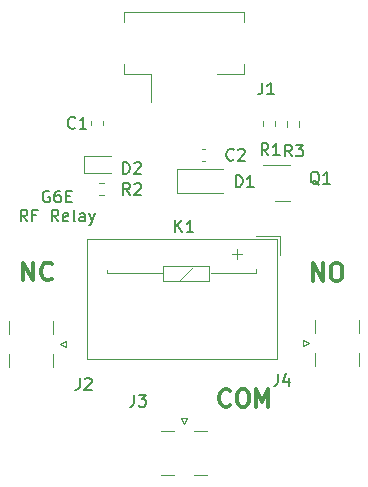
<source format=gbr>
%TF.GenerationSoftware,KiCad,Pcbnew,(6.0.1)*%
%TF.CreationDate,2022-02-11T18:29:39+00:00*%
%TF.ProjectId,Relay_RF_G6E,52656c61-795f-4524-965f-4736452e6b69,rev?*%
%TF.SameCoordinates,Original*%
%TF.FileFunction,Legend,Top*%
%TF.FilePolarity,Positive*%
%FSLAX46Y46*%
G04 Gerber Fmt 4.6, Leading zero omitted, Abs format (unit mm)*
G04 Created by KiCad (PCBNEW (6.0.1)) date 2022-02-11 18:29:39*
%MOMM*%
%LPD*%
G01*
G04 APERTURE LIST*
%ADD10C,0.300000*%
%ADD11C,0.150000*%
%ADD12C,0.120000*%
G04 APERTURE END LIST*
D10*
X125912714Y-123385971D02*
X125912714Y-121885971D01*
X126769857Y-123385971D01*
X126769857Y-121885971D01*
X127769857Y-121885971D02*
X128055571Y-121885971D01*
X128198428Y-121957400D01*
X128341285Y-122100257D01*
X128412714Y-122385971D01*
X128412714Y-122885971D01*
X128341285Y-123171685D01*
X128198428Y-123314542D01*
X128055571Y-123385971D01*
X127769857Y-123385971D01*
X127627000Y-123314542D01*
X127484142Y-123171685D01*
X127412714Y-122885971D01*
X127412714Y-122385971D01*
X127484142Y-122100257D01*
X127627000Y-121957400D01*
X127769857Y-121885971D01*
X101386628Y-123335171D02*
X101386628Y-121835171D01*
X102243771Y-123335171D01*
X102243771Y-121835171D01*
X103815200Y-123192314D02*
X103743771Y-123263742D01*
X103529485Y-123335171D01*
X103386628Y-123335171D01*
X103172342Y-123263742D01*
X103029485Y-123120885D01*
X102958057Y-122978028D01*
X102886628Y-122692314D01*
X102886628Y-122478028D01*
X102958057Y-122192314D01*
X103029485Y-122049457D01*
X103172342Y-121906600D01*
X103386628Y-121835171D01*
X103529485Y-121835171D01*
X103743771Y-121906600D01*
X103815200Y-121978028D01*
X118912628Y-133911114D02*
X118841200Y-133982542D01*
X118626914Y-134053971D01*
X118484057Y-134053971D01*
X118269771Y-133982542D01*
X118126914Y-133839685D01*
X118055485Y-133696828D01*
X117984057Y-133411114D01*
X117984057Y-133196828D01*
X118055485Y-132911114D01*
X118126914Y-132768257D01*
X118269771Y-132625400D01*
X118484057Y-132553971D01*
X118626914Y-132553971D01*
X118841200Y-132625400D01*
X118912628Y-132696828D01*
X119841200Y-132553971D02*
X120126914Y-132553971D01*
X120269771Y-132625400D01*
X120412628Y-132768257D01*
X120484057Y-133053971D01*
X120484057Y-133553971D01*
X120412628Y-133839685D01*
X120269771Y-133982542D01*
X120126914Y-134053971D01*
X119841200Y-134053971D01*
X119698342Y-133982542D01*
X119555485Y-133839685D01*
X119484057Y-133553971D01*
X119484057Y-133053971D01*
X119555485Y-132768257D01*
X119698342Y-132625400D01*
X119841200Y-132553971D01*
X121126914Y-134053971D02*
X121126914Y-132553971D01*
X121626914Y-133625400D01*
X122126914Y-132553971D01*
X122126914Y-134053971D01*
D11*
X103600333Y-115789000D02*
X103505095Y-115741380D01*
X103362238Y-115741380D01*
X103219380Y-115789000D01*
X103124142Y-115884238D01*
X103076523Y-115979476D01*
X103028904Y-116169952D01*
X103028904Y-116312809D01*
X103076523Y-116503285D01*
X103124142Y-116598523D01*
X103219380Y-116693761D01*
X103362238Y-116741380D01*
X103457476Y-116741380D01*
X103600333Y-116693761D01*
X103647952Y-116646142D01*
X103647952Y-116312809D01*
X103457476Y-116312809D01*
X104505095Y-115741380D02*
X104314619Y-115741380D01*
X104219380Y-115789000D01*
X104171761Y-115836619D01*
X104076523Y-115979476D01*
X104028904Y-116169952D01*
X104028904Y-116550904D01*
X104076523Y-116646142D01*
X104124142Y-116693761D01*
X104219380Y-116741380D01*
X104409857Y-116741380D01*
X104505095Y-116693761D01*
X104552714Y-116646142D01*
X104600333Y-116550904D01*
X104600333Y-116312809D01*
X104552714Y-116217571D01*
X104505095Y-116169952D01*
X104409857Y-116122333D01*
X104219380Y-116122333D01*
X104124142Y-116169952D01*
X104076523Y-116217571D01*
X104028904Y-116312809D01*
X105028904Y-116217571D02*
X105362238Y-116217571D01*
X105505095Y-116741380D02*
X105028904Y-116741380D01*
X105028904Y-115741380D01*
X105505095Y-115741380D01*
X101743190Y-118351380D02*
X101409857Y-117875190D01*
X101171761Y-118351380D02*
X101171761Y-117351380D01*
X101552714Y-117351380D01*
X101647952Y-117399000D01*
X101695571Y-117446619D01*
X101743190Y-117541857D01*
X101743190Y-117684714D01*
X101695571Y-117779952D01*
X101647952Y-117827571D01*
X101552714Y-117875190D01*
X101171761Y-117875190D01*
X102505095Y-117827571D02*
X102171761Y-117827571D01*
X102171761Y-118351380D02*
X102171761Y-117351380D01*
X102647952Y-117351380D01*
X104362238Y-118351380D02*
X104028904Y-117875190D01*
X103790809Y-118351380D02*
X103790809Y-117351380D01*
X104171761Y-117351380D01*
X104267000Y-117399000D01*
X104314619Y-117446619D01*
X104362238Y-117541857D01*
X104362238Y-117684714D01*
X104314619Y-117779952D01*
X104267000Y-117827571D01*
X104171761Y-117875190D01*
X103790809Y-117875190D01*
X105171761Y-118303761D02*
X105076523Y-118351380D01*
X104886047Y-118351380D01*
X104790809Y-118303761D01*
X104743190Y-118208523D01*
X104743190Y-117827571D01*
X104790809Y-117732333D01*
X104886047Y-117684714D01*
X105076523Y-117684714D01*
X105171761Y-117732333D01*
X105219380Y-117827571D01*
X105219380Y-117922809D01*
X104743190Y-118018047D01*
X105790809Y-118351380D02*
X105695571Y-118303761D01*
X105647952Y-118208523D01*
X105647952Y-117351380D01*
X106600333Y-118351380D02*
X106600333Y-117827571D01*
X106552714Y-117732333D01*
X106457476Y-117684714D01*
X106267000Y-117684714D01*
X106171761Y-117732333D01*
X106600333Y-118303761D02*
X106505095Y-118351380D01*
X106267000Y-118351380D01*
X106171761Y-118303761D01*
X106124142Y-118208523D01*
X106124142Y-118113285D01*
X106171761Y-118018047D01*
X106267000Y-117970428D01*
X106505095Y-117970428D01*
X106600333Y-117922809D01*
X106981285Y-117684714D02*
X107219380Y-118351380D01*
X107457476Y-117684714D02*
X107219380Y-118351380D01*
X107124142Y-118589476D01*
X107076523Y-118637095D01*
X106981285Y-118684714D01*
%TO.C,J2*%
X106168866Y-131633980D02*
X106168866Y-132348266D01*
X106121247Y-132491123D01*
X106026009Y-132586361D01*
X105883152Y-132633980D01*
X105787914Y-132633980D01*
X106597438Y-131729219D02*
X106645057Y-131681600D01*
X106740295Y-131633980D01*
X106978390Y-131633980D01*
X107073628Y-131681600D01*
X107121247Y-131729219D01*
X107168866Y-131824457D01*
X107168866Y-131919695D01*
X107121247Y-132062552D01*
X106549819Y-132633980D01*
X107168866Y-132633980D01*
%TO.C,R2*%
X110424933Y-116123980D02*
X110091600Y-115647790D01*
X109853504Y-116123980D02*
X109853504Y-115123980D01*
X110234457Y-115123980D01*
X110329695Y-115171600D01*
X110377314Y-115219219D01*
X110424933Y-115314457D01*
X110424933Y-115457314D01*
X110377314Y-115552552D01*
X110329695Y-115600171D01*
X110234457Y-115647790D01*
X109853504Y-115647790D01*
X110805885Y-115219219D02*
X110853504Y-115171600D01*
X110948742Y-115123980D01*
X111186838Y-115123980D01*
X111282076Y-115171600D01*
X111329695Y-115219219D01*
X111377314Y-115314457D01*
X111377314Y-115409695D01*
X111329695Y-115552552D01*
X110758266Y-116123980D01*
X111377314Y-116123980D01*
%TO.C,R1*%
X122133333Y-112752380D02*
X121800000Y-112276190D01*
X121561904Y-112752380D02*
X121561904Y-111752380D01*
X121942857Y-111752380D01*
X122038095Y-111800000D01*
X122085714Y-111847619D01*
X122133333Y-111942857D01*
X122133333Y-112085714D01*
X122085714Y-112180952D01*
X122038095Y-112228571D01*
X121942857Y-112276190D01*
X121561904Y-112276190D01*
X123085714Y-112752380D02*
X122514285Y-112752380D01*
X122800000Y-112752380D02*
X122800000Y-111752380D01*
X122704761Y-111895238D01*
X122609523Y-111990476D01*
X122514285Y-112038095D01*
%TO.C,C2*%
X119207933Y-113106842D02*
X119160314Y-113154461D01*
X119017457Y-113202080D01*
X118922219Y-113202080D01*
X118779361Y-113154461D01*
X118684123Y-113059223D01*
X118636504Y-112963985D01*
X118588885Y-112773509D01*
X118588885Y-112630652D01*
X118636504Y-112440176D01*
X118684123Y-112344938D01*
X118779361Y-112249700D01*
X118922219Y-112202080D01*
X119017457Y-112202080D01*
X119160314Y-112249700D01*
X119207933Y-112297319D01*
X119588885Y-112297319D02*
X119636504Y-112249700D01*
X119731742Y-112202080D01*
X119969838Y-112202080D01*
X120065076Y-112249700D01*
X120112695Y-112297319D01*
X120160314Y-112392557D01*
X120160314Y-112487795D01*
X120112695Y-112630652D01*
X119541266Y-113202080D01*
X120160314Y-113202080D01*
%TO.C,R3*%
X124133333Y-112852380D02*
X123800000Y-112376190D01*
X123561904Y-112852380D02*
X123561904Y-111852380D01*
X123942857Y-111852380D01*
X124038095Y-111900000D01*
X124085714Y-111947619D01*
X124133333Y-112042857D01*
X124133333Y-112185714D01*
X124085714Y-112280952D01*
X124038095Y-112328571D01*
X123942857Y-112376190D01*
X123561904Y-112376190D01*
X124466666Y-111852380D02*
X125085714Y-111852380D01*
X124752380Y-112233333D01*
X124895238Y-112233333D01*
X124990476Y-112280952D01*
X125038095Y-112328571D01*
X125085714Y-112423809D01*
X125085714Y-112661904D01*
X125038095Y-112757142D01*
X124990476Y-112804761D01*
X124895238Y-112852380D01*
X124609523Y-112852380D01*
X124514285Y-112804761D01*
X124466666Y-112757142D01*
%TO.C,C1*%
X105783333Y-110407142D02*
X105735714Y-110454761D01*
X105592857Y-110502380D01*
X105497619Y-110502380D01*
X105354761Y-110454761D01*
X105259523Y-110359523D01*
X105211904Y-110264285D01*
X105164285Y-110073809D01*
X105164285Y-109930952D01*
X105211904Y-109740476D01*
X105259523Y-109645238D01*
X105354761Y-109550000D01*
X105497619Y-109502380D01*
X105592857Y-109502380D01*
X105735714Y-109550000D01*
X105783333Y-109597619D01*
X106735714Y-110502380D02*
X106164285Y-110502380D01*
X106450000Y-110502380D02*
X106450000Y-109502380D01*
X106354761Y-109645238D01*
X106259523Y-109740476D01*
X106164285Y-109788095D01*
%TO.C,K1*%
X114273104Y-119248180D02*
X114273104Y-118248180D01*
X114844533Y-119248180D02*
X114415961Y-118676752D01*
X114844533Y-118248180D02*
X114273104Y-118819609D01*
X115796914Y-119248180D02*
X115225485Y-119248180D01*
X115511200Y-119248180D02*
X115511200Y-118248180D01*
X115415961Y-118391038D01*
X115320723Y-118486276D01*
X115225485Y-118533895D01*
%TO.C,J1*%
X121616666Y-106602380D02*
X121616666Y-107316666D01*
X121569047Y-107459523D01*
X121473809Y-107554761D01*
X121330952Y-107602380D01*
X121235714Y-107602380D01*
X122616666Y-107602380D02*
X122045238Y-107602380D01*
X122330952Y-107602380D02*
X122330952Y-106602380D01*
X122235714Y-106745238D01*
X122140476Y-106840476D01*
X122045238Y-106888095D01*
%TO.C,J4*%
X122958266Y-131252980D02*
X122958266Y-131967266D01*
X122910647Y-132110123D01*
X122815409Y-132205361D01*
X122672552Y-132252980D01*
X122577314Y-132252980D01*
X123863028Y-131586314D02*
X123863028Y-132252980D01*
X123624933Y-131205361D02*
X123386838Y-131919647D01*
X124005885Y-131919647D01*
%TO.C,D2*%
X109828104Y-114345980D02*
X109828104Y-113345980D01*
X110066200Y-113345980D01*
X110209057Y-113393600D01*
X110304295Y-113488838D01*
X110351914Y-113584076D01*
X110399533Y-113774552D01*
X110399533Y-113917409D01*
X110351914Y-114107885D01*
X110304295Y-114203123D01*
X110209057Y-114298361D01*
X110066200Y-114345980D01*
X109828104Y-114345980D01*
X110780485Y-113441219D02*
X110828104Y-113393600D01*
X110923342Y-113345980D01*
X111161438Y-113345980D01*
X111256676Y-113393600D01*
X111304295Y-113441219D01*
X111351914Y-113536457D01*
X111351914Y-113631695D01*
X111304295Y-113774552D01*
X110732866Y-114345980D01*
X111351914Y-114345980D01*
%TO.C,Q1*%
X126454761Y-115247619D02*
X126359523Y-115200000D01*
X126264285Y-115104761D01*
X126121428Y-114961904D01*
X126026190Y-114914285D01*
X125930952Y-114914285D01*
X125978571Y-115152380D02*
X125883333Y-115104761D01*
X125788095Y-115009523D01*
X125740476Y-114819047D01*
X125740476Y-114485714D01*
X125788095Y-114295238D01*
X125883333Y-114200000D01*
X125978571Y-114152380D01*
X126169047Y-114152380D01*
X126264285Y-114200000D01*
X126359523Y-114295238D01*
X126407142Y-114485714D01*
X126407142Y-114819047D01*
X126359523Y-115009523D01*
X126264285Y-115104761D01*
X126169047Y-115152380D01*
X125978571Y-115152380D01*
X127359523Y-115152380D02*
X126788095Y-115152380D01*
X127073809Y-115152380D02*
X127073809Y-114152380D01*
X126978571Y-114295238D01*
X126883333Y-114390476D01*
X126788095Y-114438095D01*
%TO.C,J3*%
X110766266Y-133030980D02*
X110766266Y-133745266D01*
X110718647Y-133888123D01*
X110623409Y-133983361D01*
X110480552Y-134030980D01*
X110385314Y-134030980D01*
X111147219Y-133030980D02*
X111766266Y-133030980D01*
X111432933Y-133411933D01*
X111575790Y-133411933D01*
X111671028Y-133459552D01*
X111718647Y-133507171D01*
X111766266Y-133602409D01*
X111766266Y-133840504D01*
X111718647Y-133935742D01*
X111671028Y-133983361D01*
X111575790Y-134030980D01*
X111290076Y-134030980D01*
X111194838Y-133983361D01*
X111147219Y-133935742D01*
%TO.C,D1*%
X119386504Y-115452080D02*
X119386504Y-114452080D01*
X119624600Y-114452080D01*
X119767457Y-114499700D01*
X119862695Y-114594938D01*
X119910314Y-114690176D01*
X119957933Y-114880652D01*
X119957933Y-115023509D01*
X119910314Y-115213985D01*
X119862695Y-115309223D01*
X119767457Y-115404461D01*
X119624600Y-115452080D01*
X119386504Y-115452080D01*
X120910314Y-115452080D02*
X120338885Y-115452080D01*
X120624600Y-115452080D02*
X120624600Y-114452080D01*
X120529361Y-114594938D01*
X120434123Y-114690176D01*
X120338885Y-114737795D01*
D12*
%TO.C,J2*%
X104983900Y-128951800D02*
X104983900Y-128451800D01*
X103933900Y-129541800D02*
X103933900Y-130651800D01*
X104983900Y-128451800D02*
X104483900Y-128701800D01*
X104483900Y-128701800D02*
X104983900Y-128951800D01*
X100223900Y-126751800D02*
X100223900Y-127861800D01*
X103933900Y-126751800D02*
X103933900Y-127861800D01*
X100223900Y-129541800D02*
X100223900Y-130651800D01*
%TO.C,R2*%
X108263458Y-116143300D02*
X107788942Y-116143300D01*
X108263458Y-115098300D02*
X107788942Y-115098300D01*
%TO.C,R1*%
X122722500Y-110287258D02*
X122722500Y-109812742D01*
X121677500Y-110287258D02*
X121677500Y-109812742D01*
%TO.C,C2*%
X116815180Y-112189700D02*
X116534020Y-112189700D01*
X116815180Y-113209700D02*
X116534020Y-113209700D01*
%TO.C,R3*%
X124772500Y-109862742D02*
X124772500Y-110337258D01*
X123727500Y-109862742D02*
X123727500Y-110337258D01*
%TO.C,C1*%
X107140000Y-110165580D02*
X107140000Y-109884420D01*
X108160000Y-110165580D02*
X108160000Y-109884420D01*
%TO.C,K1*%
X123091700Y-119608900D02*
X123091700Y-121208900D01*
X106791700Y-119808900D02*
X122891700Y-119808900D01*
X113217700Y-123394900D02*
X113217700Y-122124900D01*
X106791700Y-130008900D02*
X106791700Y-119808900D01*
X117281700Y-122759900D02*
X121091700Y-122759900D01*
X121091700Y-119608900D02*
X123091700Y-119608900D01*
X122891700Y-119808900D02*
X122891700Y-130008900D01*
X113217700Y-122759900D02*
X108518700Y-122759900D01*
X117154700Y-123394900D02*
X113217700Y-123394900D01*
X115757700Y-122251900D02*
X114614700Y-123394900D01*
X119491700Y-121508900D02*
X119491700Y-120708900D01*
X108518700Y-122759900D02*
X108518700Y-122505900D01*
X117154700Y-122124900D02*
X117154700Y-123394900D01*
X122891700Y-130008900D02*
X106791700Y-130008900D01*
X119891700Y-121108900D02*
X119091700Y-121108900D01*
X121091700Y-122759900D02*
X121091700Y-122378900D01*
X113217700Y-122124900D02*
X117154700Y-122124900D01*
%TO.C,J1*%
X112240000Y-105860000D02*
X112240000Y-108250000D01*
X109915000Y-105010000D02*
X109915000Y-105860000D01*
X109915000Y-101490000D02*
X109915000Y-100640000D01*
X120085000Y-100640000D02*
X120085000Y-101490000D01*
X120085000Y-105010000D02*
X120085000Y-105860000D01*
X120085000Y-105860000D02*
X117760000Y-105860000D01*
X109915000Y-100640000D02*
X120085000Y-100640000D01*
X109915000Y-105860000D02*
X112240000Y-105860000D01*
%TO.C,J4*%
X129823900Y-130575600D02*
X129823900Y-129465600D01*
X125063900Y-128875600D02*
X125563900Y-128625600D01*
X126113900Y-130575600D02*
X126113900Y-129465600D01*
X129823900Y-127785600D02*
X129823900Y-126675600D01*
X125563900Y-128625600D02*
X125063900Y-128375600D01*
X125063900Y-128375600D02*
X125063900Y-128875600D01*
X126113900Y-127785600D02*
X126113900Y-126675600D01*
%TO.C,D2*%
X108788700Y-112785800D02*
X106503700Y-112785800D01*
X106503700Y-114255800D02*
X108788700Y-114255800D01*
X106503700Y-112785800D02*
X106503700Y-114255800D01*
%TO.C,Q1*%
X123337500Y-116660000D02*
X122687500Y-116660000D01*
X123337500Y-113540000D02*
X121662500Y-113540000D01*
X123337500Y-116660000D02*
X123987500Y-116660000D01*
X123337500Y-113540000D02*
X123987500Y-113540000D01*
%TO.C,J3*%
X115250000Y-135040000D02*
X114750000Y-135040000D01*
X113050000Y-139800000D02*
X114160000Y-139800000D01*
X115840000Y-139800000D02*
X116950000Y-139800000D01*
X113050000Y-136090000D02*
X114160000Y-136090000D01*
X114750000Y-135040000D02*
X115000000Y-135540000D01*
X115840000Y-136090000D02*
X116950000Y-136090000D01*
X115000000Y-135540000D02*
X115250000Y-135040000D01*
%TO.C,D1*%
X114424600Y-115949700D02*
X118324600Y-115949700D01*
X114424600Y-113949700D02*
X118324600Y-113949700D01*
X114424600Y-113949700D02*
X114424600Y-115949700D01*
%TD*%
M02*

</source>
